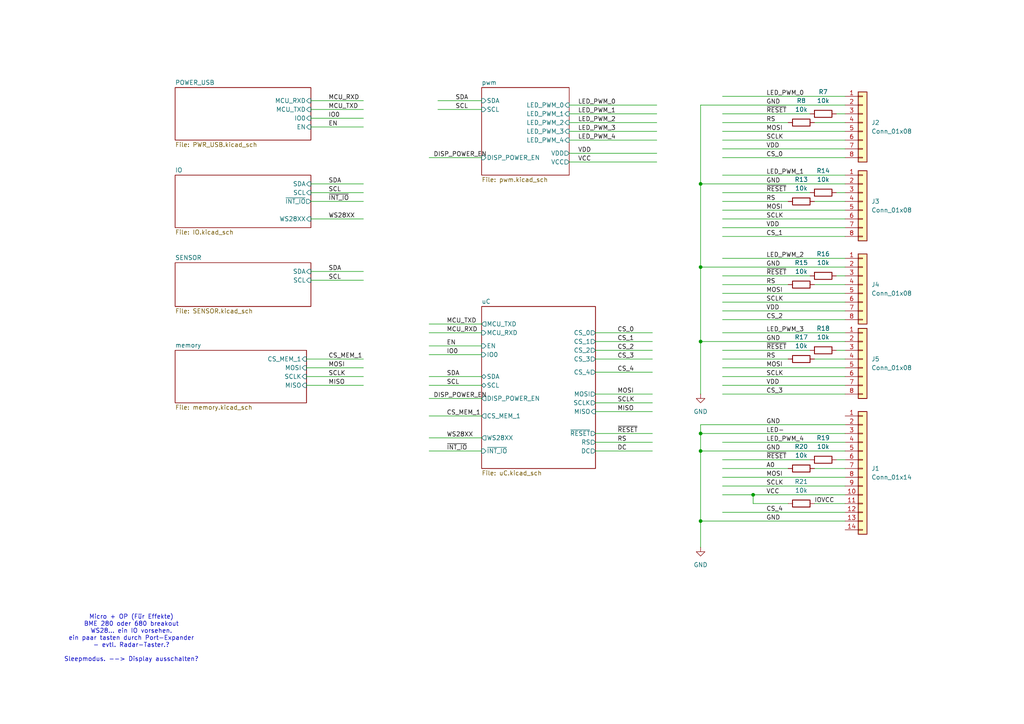
<source format=kicad_sch>
(kicad_sch (version 20231120) (generator "eeschema") (generator_version "8.0")
  (paper "A4")
  (lib_symbols
    (symbol "Connector_Generic:Conn_01x08" (pin_names (offset 1.016) hide)
      (property "Reference" "J" (at 0 10.16 0))
      (property "Value" "Conn_01x08" (at 0 -12.7 0))
      (symbol "Conn_01x08_1_1"
        (rectangle (start -1.27 -10.033) (end 0 -10.287) (stroke (width 0.1524)))
        (rectangle (start -1.27 -7.493) (end 0 -7.747) (stroke (width 0.1524)))
        (rectangle (start -1.27 -4.953) (end 0 -5.207) (stroke (width 0.1524)))
        (rectangle (start -1.27 -2.413) (end 0 -2.667) (stroke (width 0.1524)))
        (rectangle (start -1.27 0.127) (end 0 -0.127) (stroke (width 0.1524)))
        (rectangle (start -1.27 2.667) (end 0 2.413) (stroke (width 0.1524)))
        (rectangle (start -1.27 5.207) (end 0 4.953) (stroke (width 0.1524)))
        (rectangle (start -1.27 7.747) (end 0 7.493) (stroke (width 0.1524)))
        (rectangle (start -1.27 8.89) (end 1.27 -11.43) (stroke (width 0.254)) (fill (type background)))
        (pin passive line (at -5.08 7.62 0) (length 3.81) (name "Pin_1") (number "1"))
        (pin passive line (at -5.08 5.08 0) (length 3.81) (name "Pin_2") (number "2"))
        (pin passive line (at -5.08 2.54 0) (length 3.81) (name "Pin_3") (number "3"))
        (pin passive line (at -5.08 0 0) (length 3.81) (name "Pin_4") (number "4"))
        (pin passive line (at -5.08 -2.54 0) (length 3.81) (name "Pin_5") (number "5"))
        (pin passive line (at -5.08 -5.08 0) (length 3.81) (name "Pin_6") (number "6"))
        (pin passive line (at -5.08 -7.62 0) (length 3.81) (name "Pin_7") (number "7"))
        (pin passive line (at -5.08 -10.16 0) (length 3.81) (name "Pin_8") (number "8"))
      )
    )
    (symbol "Connector_Generic:Conn_01x14" (pin_names (offset 1.016) hide)
      (property "Reference" "J" (at 0 17.78 0))
      (property "Value" "Conn_01x14" (at 0 -20.32 0))
      (symbol "Conn_01x14_1_1"
        (rectangle (start -1.27 -17.653) (end 0 -17.907) (stroke (width 0.1524)))
        (rectangle (start -1.27 -15.113) (end 0 -15.367) (stroke (width 0.1524)))
        (rectangle (start -1.27 -12.573) (end 0 -12.827) (stroke (width 0.1524)))
        (rectangle (start -1.27 -10.033) (end 0 -10.287) (stroke (width 0.1524)))
        (rectangle (start -1.27 -7.493) (end 0 -7.747) (stroke (width 0.1524)))
        (rectangle (start -1.27 -4.953) (end 0 -5.207) (stroke (width 0.1524)))
        (rectangle (start -1.27 -2.413) (end 0 -2.667) (stroke (width 0.1524)))
        (rectangle (start -1.27 0.127) (end 0 -0.127) (stroke (width 0.1524)))
        (rectangle (start -1.27 2.667) (end 0 2.413) (stroke (width 0.1524)))
        (rectangle (start -1.27 5.207) (end 0 4.953) (stroke (width 0.1524)))
        (rectangle (start -1.27 7.747) (end 0 7.493) (stroke (width 0.1524)))
        (rectangle (start -1.27 10.287) (end 0 10.033) (stroke (width 0.1524)))
        (rectangle (start -1.27 12.827) (end 0 12.573) (stroke (width 0.1524)))
        (rectangle (start -1.27 15.367) (end 0 15.113) (stroke (width 0.1524)))
        (rectangle (start -1.27 16.51) (end 1.27 -19.05) (stroke (width 0.254)) (fill (type background)))
        (pin passive line (at -5.08 15.24 0) (length 3.81) (name "Pin_1") (number "1"))
        (pin passive line (at -5.08 -7.62 0) (length 3.81) (name "Pin_10") (number "10"))
        (pin passive line (at -5.08 -10.16 0) (length 3.81) (name "Pin_11") (number "11"))
        (pin passive line (at -5.08 -12.7 0) (length 3.81) (name "Pin_12") (number "12"))
        (pin passive line (at -5.08 -15.24 0) (length 3.81) (name "Pin_13") (number "13"))
        (pin passive line (at -5.08 -17.78 0) (length 3.81) (name "Pin_14") (number "14"))
        (pin passive line (at -5.08 12.7 0) (length 3.81) (name "Pin_2") (number "2"))
        (pin passive line (at -5.08 10.16 0) (length 3.81) (name "Pin_3") (number "3"))
        (pin passive line (at -5.08 7.62 0) (length 3.81) (name "Pin_4") (number "4"))
        (pin passive line (at -5.08 5.08 0) (length 3.81) (name "Pin_5") (number "5"))
        (pin passive line (at -5.08 2.54 0) (length 3.81) (name "Pin_6") (number "6"))
        (pin passive line (at -5.08 0 0) (length 3.81) (name "Pin_7") (number "7"))
        (pin passive line (at -5.08 -2.54 0) (length 3.81) (name "Pin_8") (number "8"))
        (pin passive line (at -5.08 -5.08 0) (length 3.81) (name "Pin_9") (number "9"))
      )
    )
    (symbol "Device:R" (pin_numbers hide) (pin_names (offset 0))
      (property "Reference" "R" (at 2.032 0 90))
      (property "Value" "R" (at 0 0 90))
      (symbol "R_0_1"
        (rectangle (start -1.016 -2.54) (end 1.016 2.54) (stroke (width 0.254)))
      )
      (symbol "R_1_1"
        (pin passive line (at 0 3.81 270) (length 1.27) (name "~") (number "1"))
        (pin passive line (at 0 -3.81 90) (length 1.27) (name "~") (number "2"))
      )
    )
    (symbol "power:GND" (power) (pin_numbers hide) (pin_names (offset 0) hide)
      (property "Value" "GND" (at 0 -3.81 0))
      (symbol "GND_0_1"
        (polyline (pts (xy 0 0) (xy 0 -1.27) (xy 1.27 -1.27) (xy 0 -2.54) (xy -1.27 -1.27) (xy 0 -1.27)))
      )
      (symbol "GND_1_1"
        (pin power_in line (at 0 0 270) (length 0) (name "~") (number "1"))
      )
    )
  )
  (junction (at 203.2 53.34))
  (junction (at 218.44 143.51))
  (junction (at 203.2 125.73))
  (junction (at 203.2 151.13))
  (junction (at 203.2 130.81))
  (junction (at 203.2 77.47))
  (junction (at 203.2 99.06))
  (wire (pts (xy 245.11 111.76) (xy 209.55 111.76)))
  (wire (pts (xy 245.11 43.18) (xy 209.55 43.18)))
  (wire (pts (xy 203.2 99.06) (xy 245.11 99.06)))
  (wire (pts (xy 245.11 82.55) (xy 236.22 82.55)))
  (wire (pts (xy 172.72 107.95) (xy 189.23 107.95)))
  (wire (pts (xy 228.6 146.05) (xy 218.44 146.05)))
  (wire (pts (xy 90.17 29.21) (xy 105.41 29.21)))
  (wire (pts (xy 245.11 92.71) (xy 209.55 92.71)))
  (wire (pts (xy 203.2 125.73) (xy 245.11 125.73)))
  (wire (pts (xy 245.11 40.64) (xy 209.55 40.64)))
  (wire (pts (xy 245.11 85.09) (xy 209.55 85.09)))
  (wire (pts (xy 165.1 46.99) (xy 190.5 46.99)))
  (wire (pts (xy 165.1 40.64) (xy 190.5 40.64)))
  (wire (pts (xy 165.1 35.56) (xy 190.5 35.56)))
  (wire (pts (xy 124.46 127) (xy 139.7 127)))
  (wire (pts (xy 124.46 93.98) (xy 139.7 93.98)))
  (wire (pts (xy 234.95 33.02) (xy 209.55 33.02)))
  (wire (pts (xy 172.72 114.3) (xy 189.23 114.3)))
  (wire (pts (xy 165.1 44.45) (xy 190.5 44.45)))
  (wire (pts (xy 234.95 80.01) (xy 209.55 80.01)))
  (wire (pts (xy 228.6 135.89) (xy 209.55 135.89)))
  (wire (pts (xy 218.44 143.51) (xy 218.44 146.05)))
  (wire (pts (xy 172.72 125.73) (xy 189.23 125.73)))
  (wire (pts (xy 203.2 30.48) (xy 245.11 30.48)))
  (wire (pts (xy 245.11 104.14) (xy 236.22 104.14)))
  (wire (pts (xy 124.46 100.33) (xy 139.7 100.33)))
  (wire (pts (xy 90.17 58.42) (xy 105.41 58.42)))
  (wire (pts (xy 245.11 90.17) (xy 209.55 90.17)))
  (wire (pts (xy 245.11 87.63) (xy 209.55 87.63)))
  (wire (pts (xy 245.11 128.27) (xy 209.55 128.27)))
  (wire (pts (xy 203.2 53.34) (xy 203.2 77.47)))
  (wire (pts (xy 203.2 158.75) (xy 203.2 151.13)))
  (wire (pts (xy 218.44 143.51) (xy 245.11 143.51)))
  (wire (pts (xy 245.11 27.94) (xy 209.55 27.94)))
  (wire (pts (xy 88.9 111.76) (xy 105.41 111.76)))
  (wire (pts (xy 245.11 35.56) (xy 236.22 35.56)))
  (wire (pts (xy 245.11 68.58) (xy 209.55 68.58)))
  (wire (pts (xy 88.9 106.68) (xy 105.41 106.68)))
  (wire (pts (xy 245.11 109.22) (xy 209.55 109.22)))
  (wire (pts (xy 245.11 96.52) (xy 209.55 96.52)))
  (wire (pts (xy 245.11 55.88) (xy 242.57 55.88)))
  (wire (pts (xy 124.46 111.76) (xy 139.7 111.76)))
  (wire (pts (xy 209.55 143.51) (xy 218.44 143.51)))
  (wire (pts (xy 203.2 123.19) (xy 245.11 123.19)))
  (wire (pts (xy 228.6 104.14) (xy 209.55 104.14)))
  (wire (pts (xy 90.17 81.28) (xy 105.41 81.28)))
  (wire (pts (xy 228.6 82.55) (xy 209.55 82.55)))
  (wire (pts (xy 245.11 74.93) (xy 209.55 74.93)))
  (wire (pts (xy 165.1 33.02) (xy 190.5 33.02)))
  (wire (pts (xy 88.9 109.22) (xy 105.41 109.22)))
  (wire (pts (xy 172.72 130.81) (xy 189.23 130.81)))
  (wire (pts (xy 90.17 31.75) (xy 105.41 31.75)))
  (wire (pts (xy 245.11 33.02) (xy 242.57 33.02)))
  (wire (pts (xy 90.17 55.88) (xy 105.41 55.88)))
  (wire (pts (xy 172.72 116.84) (xy 189.23 116.84)))
  (wire (pts (xy 127 29.21) (xy 139.7 29.21)))
  (wire (pts (xy 234.95 101.6) (xy 209.55 101.6)))
  (wire (pts (xy 245.11 138.43) (xy 209.55 138.43)))
  (wire (pts (xy 245.11 45.72) (xy 209.55 45.72)))
  (wire (pts (xy 245.11 63.5) (xy 209.55 63.5)))
  (wire (pts (xy 228.6 58.42) (xy 209.55 58.42)))
  (wire (pts (xy 90.17 34.29) (xy 105.41 34.29)))
  (wire (pts (xy 124.46 109.22) (xy 139.7 109.22)))
  (wire (pts (xy 172.72 101.6) (xy 189.23 101.6)))
  (wire (pts (xy 203.2 114.3) (xy 203.2 99.06)))
  (wire (pts (xy 203.2 30.48) (xy 203.2 53.34)))
  (wire (pts (xy 127 31.75) (xy 139.7 31.75)))
  (wire (pts (xy 88.9 104.14) (xy 105.41 104.14)))
  (wire (pts (xy 124.46 130.81) (xy 139.7 130.81)))
  (wire (pts (xy 245.11 106.68) (xy 209.55 106.68)))
  (wire (pts (xy 203.2 125.73) (xy 203.2 130.81)))
  (wire (pts (xy 245.11 66.04) (xy 209.55 66.04)))
  (wire (pts (xy 209.55 140.97) (xy 245.11 140.97)))
  (wire (pts (xy 228.6 35.56) (xy 209.55 35.56)))
  (wire (pts (xy 124.46 102.87) (xy 139.7 102.87)))
  (wire (pts (xy 203.2 53.34) (xy 245.11 53.34)))
  (wire (pts (xy 165.1 30.48) (xy 190.5 30.48)))
  (wire (pts (xy 245.11 60.96) (xy 209.55 60.96)))
  (wire (pts (xy 172.72 99.06) (xy 189.23 99.06)))
  (wire (pts (xy 203.2 130.81) (xy 203.2 151.13)))
  (wire (pts (xy 234.95 133.35) (xy 209.55 133.35)))
  (wire (pts (xy 203.2 77.47) (xy 245.11 77.47)))
  (wire (pts (xy 90.17 53.34) (xy 105.41 53.34)))
  (wire (pts (xy 124.46 120.65) (xy 139.7 120.65)))
  (wire (pts (xy 209.55 148.59) (xy 245.11 148.59)))
  (wire (pts (xy 203.2 123.19) (xy 203.2 125.73)))
  (wire (pts (xy 245.11 101.6) (xy 242.57 101.6)))
  (wire (pts (xy 172.72 96.52) (xy 189.23 96.52)))
  (wire (pts (xy 165.1 38.1) (xy 190.5 38.1)))
  (wire (pts (xy 236.22 146.05) (xy 245.11 146.05)))
  (wire (pts (xy 90.17 36.83) (xy 105.41 36.83)))
  (wire (pts (xy 234.95 55.88) (xy 209.55 55.88)))
  (wire (pts (xy 124.46 115.57) (xy 139.7 115.57)))
  (wire (pts (xy 245.11 50.8) (xy 209.55 50.8)))
  (wire (pts (xy 172.72 128.27) (xy 189.23 128.27)))
  (wire (pts (xy 245.11 133.35) (xy 242.57 133.35)))
  (wire (pts (xy 203.2 151.13) (xy 245.11 151.13)))
  (wire (pts (xy 124.46 96.52) (xy 139.7 96.52)))
  (wire (pts (xy 124.46 45.72) (xy 139.7 45.72)))
  (wire (pts (xy 245.11 38.1) (xy 209.55 38.1)))
  (wire (pts (xy 245.11 114.3) (xy 209.55 114.3)))
  (wire (pts (xy 172.72 119.38) (xy 189.23 119.38)))
  (wire (pts (xy 203.2 77.47) (xy 203.2 99.06)))
  (wire (pts (xy 203.2 130.81) (xy 245.11 130.81)))
  (wire (pts (xy 172.72 104.14) (xy 189.23 104.14)))
  (wire (pts (xy 245.11 80.01) (xy 242.57 80.01)))
  (wire (pts (xy 90.17 63.5) (xy 105.41 63.5)))
  (wire (pts (xy 245.11 135.89) (xy 236.22 135.89)))
  (wire (pts (xy 245.11 58.42) (xy 236.22 58.42)))
  (wire (pts (xy 90.17 78.74) (xy 105.41 78.74)))
  (text "Micro + OP (Für Effekte)\nBME 280 oder 680 breakout\nWS28... ein IO vorsehen.\nein paar tasten durch Port-Expander\n- evtl. Radar-Taster.?\n\nSleepmodus. --> Display ausschalten?\n" (at 38.1 185.166 0) (effects (font (size 1.27 1.27))))
  (label "MISO" (at 179.07 119.38 0))
  (label "~{RESET}" (at 222.25 133.35 0))
  (label "SCLK" (at 179.07 116.84 0))
  (label "CS_3" (at 179.07 104.14 0))
  (label "SCLK" (at 222.25 63.5 0))
  (label "EN" (at 95.25 36.83 0))
  (label "RS" (at 222.25 104.14 0))
  (label "RS" (at 222.25 35.56 0))
  (label "CS_0" (at 179.07 96.52 0))
  (label "MCU_TXD" (at 95.25 31.75 0))
  (label "DC" (at 179.07 130.81 0))
  (label "LED_PWM_3" (at 167.64 38.1 0))
  (label "SCLK" (at 222.25 109.22 0))
  (label "MCU_TXD" (at 129.54 93.98 0))
  (label "LED_PWM_0" (at 167.64 30.48 0))
  (label "MOSI" (at 222.25 138.43 0))
  (label "CS_0" (at 222.25 45.72 0))
  (label "~{RESET}" (at 222.25 101.6 0))
  (label "MOSI" (at 95.25 106.68 0))
  (label "SCLK" (at 222.25 140.97 0))
  (label "VDD" (at 222.25 43.18 0))
  (label "EN" (at 129.54 100.33 0))
  (label "VDD" (at 222.25 90.17 0))
  (label "MOSI" (at 222.25 85.09 0))
  (label "LED_PWM_2" (at 222.25 74.93 0))
  (label "LED-" (at 222.25 125.73 0))
  (label "GND" (at 222.25 77.47 0))
  (label "DISP_POWER_EN" (at 125.73 45.72 0))
  (label "~{INT_IO}" (at 95.25 58.42 0))
  (label "~{INT_IO}" (at 129.54 130.81 0))
  (label "LED_PWM_1" (at 222.25 50.8 0))
  (label "RS" (at 222.25 58.42 0))
  (label "LED_PWM_2" (at 167.64 35.56 0))
  (label "GND" (at 222.25 151.13 0))
  (label "SCL" (at 95.25 81.28 0))
  (label "SCLK" (at 222.25 40.64 0))
  (label "IO0" (at 129.54 102.87 0))
  (label "CS_4" (at 179.07 107.95 0))
  (label "RS" (at 222.25 82.55 0))
  (label "MOSI" (at 222.25 38.1 0))
  (label "VDD" (at 222.25 66.04 0))
  (label "SDA" (at 95.25 78.74 0))
  (label "MISO" (at 95.25 111.76 0))
  (label "LED_PWM_3" (at 222.25 96.52 0))
  (label "SCLK" (at 95.25 109.22 0))
  (label "VCC" (at 167.64 46.99 0))
  (label "WS28XX" (at 129.54 127 0))
  (label "VDD" (at 222.25 111.76 0))
  (label "CS_MEM_1" (at 129.54 120.65 0))
  (label "MOSI" (at 222.25 60.96 0))
  (label "LED_PWM_4" (at 222.25 128.27 0))
  (label "~{RESET}" (at 222.25 55.88 0))
  (label "GND" (at 222.25 99.06 0))
  (label "~{RESET}" (at 179.07 125.73 0))
  (label "CS_2" (at 222.25 92.71 0))
  (label "MOSI" (at 179.07 114.3 0))
  (label "LED_PWM_1" (at 167.64 33.02 0))
  (label "GND" (at 222.25 30.48 0))
  (label "CS_4" (at 222.25 148.59 0))
  (label "~{RESET}" (at 222.25 33.02 0))
  (label "SDA" (at 129.54 109.22 0))
  (label "SCL" (at 95.25 55.88 0))
  (label "IOVCC" (at 236.22 146.05 0))
  (label "RS" (at 179.07 128.27 0))
  (label "CS_3" (at 222.25 114.3 0))
  (label "SCLK" (at 222.25 87.63 0))
  (label "~{RESET}" (at 222.25 80.01 0))
  (label "SCL" (at 132.08 31.75 0))
  (label "VCC" (at 222.25 143.51 0))
  (label "SDA" (at 132.08 29.21 0))
  (label "CS_2" (at 179.07 101.6 0))
  (label "MOSI" (at 222.25 106.68 0))
  (label "LED_PWM_0" (at 222.25 27.94 0))
  (label "IO0" (at 95.25 34.29 0))
  (label "CS_1" (at 222.25 68.58 0))
  (label "WS28XX" (at 95.25 63.5 0))
  (label "CS_1" (at 179.07 99.06 0))
  (label "A0" (at 222.25 135.89 0))
  (label "MCU_RXD" (at 129.54 96.52 0))
  (label "GND" (at 222.25 123.19 0))
  (label "CS_MEM_1" (at 95.25 104.14 0))
  (label "SDA" (at 95.25 53.34 0))
  (label "MCU_RXD" (at 95.25 29.21 0))
  (label "VDD" (at 167.64 44.45 0))
  (label "LED_PWM_4" (at 167.64 40.64 0))
  (label "SCL" (at 129.54 111.76 0))
  (label "GND" (at 222.25 130.81 0))
  (label "GND" (at 222.25 53.34 0))
  (label "DISP_POWER_EN" (at 125.73 115.57 0))
  (symbol (lib_id "Device:R") (at 232.41 82.55 90) (unit 1)
    (property "Reference" "R15" (at 232.41 76.2 90))
    (property "Value" "10k" (at 232.41 78.74 90))
    (property "Footprint" "Resistor_SMD:R_0603_1608Metric" (effects (hide yes)))
    (property "Description" "Resistor" (effects (hide yes)))
  )
  (symbol (lib_id "Device:R") (at 232.41 146.05 90) (unit 1)
    (property "Reference" "R21" (at 232.41 139.7 90))
    (property "Value" "10k" (at 232.41 142.24 90))
    (property "Footprint" "Resistor_SMD:R_0603_1608Metric" (effects (hide yes)))
    (property "Description" "Resistor" (effects (hide yes)))
  )
  (symbol (lib_id "Device:R") (at 238.76 133.35 90) (unit 1)
    (property "Reference" "R19" (at 238.76 127 90))
    (property "Value" "10k" (at 238.76 129.54 90))
    (property "Footprint" "Resistor_SMD:R_0603_1608Metric" (effects (hide yes)))
    (property "Description" "Resistor" (effects (hide yes)))
  )
  (symbol (lib_id "Device:R") (at 232.41 104.14 90) (unit 1)
    (property "Reference" "R17" (at 232.41 97.79 90))
    (property "Value" "10k" (at 232.41 100.33 90))
    (property "Footprint" "Resistor_SMD:R_0603_1608Metric" (effects (hide yes)))
    (property "Description" "Resistor" (effects (hide yes)))
  )
  (symbol (lib_id "Connector_Generic:Conn_01x08") (at 250.19 35.56 0) (unit 1)
    (property "Reference" "J2" (at 252.73 35.5599 0) (effects (justify left)))
    (property "Value" "Conn_01x08" (at 252.73 38.0999 0) (effects (justify left)))
    (property "Footprint" "Connector_PinSocket_1.27mm:PinSocket_1x08_P1.27mm_Vertical" (effects (hide yes)))
    (property "Description" "Generic connector, single row, 01x08, script generated (kicad-library-utils/schlib/autogen/connector/)" (effects (hide yes)))
  )
  (symbol (lib_id "Connector_Generic:Conn_01x08") (at 250.19 58.42 0) (unit 1)
    (property "Reference" "J3" (at 252.73 58.4199 0) (effects (justify left)))
    (property "Value" "Conn_01x08" (at 252.73 60.9599 0) (effects (justify left)))
    (property "Footprint" "Connector_PinSocket_1.27mm:PinSocket_1x08_P1.27mm_Vertical" (effects (hide yes)))
    (property "Description" "Generic connector, single row, 01x08, script generated (kicad-library-utils/schlib/autogen/connector/)" (effects (hide yes)))
  )
  (symbol (lib_id "Device:R") (at 238.76 33.02 90) (unit 1)
    (property "Reference" "R7" (at 238.76 26.67 90))
    (property "Value" "10k" (at 238.76 29.21 90))
    (property "Footprint" "Resistor_SMD:R_0603_1608Metric" (effects (hide yes)))
    (property "Description" "Resistor" (effects (hide yes)))
  )
  (symbol (lib_id "power:GND") (at 203.2 114.3 0) (unit 1)
    (property "Reference" "#PWR047" (effects (hide yes)))
    (property "Value" "GND" (at 203.2 119.38 0))
    (property "Description" "Power symbol creates a global label with name \"GND\" , ground" (effects (hide yes)))
  )
  (symbol (lib_id "Connector_Generic:Conn_01x08") (at 250.19 82.55 0) (unit 1)
    (property "Reference" "J4" (at 252.73 82.5499 0) (effects (justify left)))
    (property "Value" "Conn_01x08" (at 252.73 85.0899 0) (effects (justify left)))
    (property "Footprint" "Connector_PinSocket_1.27mm:PinSocket_1x08_P1.27mm_Vertical" (effects (hide yes)))
    (property "Description" "Generic connector, single row, 01x08, script generated (kicad-library-utils/schlib/autogen/connector/)" (effects (hide yes)))
  )
  (symbol (lib_id "power:GND") (at 203.2 158.75 0) (unit 1)
    (property "Reference" "#PWR046" (effects (hide yes)))
    (property "Value" "GND" (at 203.2 163.83 0))
    (property "Description" "Power symbol creates a global label with name \"GND\" , ground" (effects (hide yes)))
  )
  (symbol (lib_id "Device:R") (at 238.76 55.88 90) (unit 1)
    (property "Reference" "R14" (at 238.76 49.53 90))
    (property "Value" "10k" (at 238.76 52.07 90))
    (property "Footprint" "Resistor_SMD:R_0603_1608Metric" (effects (hide yes)))
    (property "Description" "Resistor" (effects (hide yes)))
  )
  (symbol (lib_id "Device:R") (at 238.76 101.6 90) (unit 1)
    (property "Reference" "R18" (at 238.76 95.25 90))
    (property "Value" "10k" (at 238.76 97.79 90))
    (property "Footprint" "Resistor_SMD:R_0603_1608Metric" (effects (hide yes)))
    (property "Description" "Resistor" (effects (hide yes)))
  )
  (symbol (lib_id "Device:R") (at 232.41 135.89 90) (unit 1)
    (property "Reference" "R20" (at 232.41 129.54 90))
    (property "Value" "10k" (at 232.41 132.08 90))
    (property "Footprint" "Resistor_SMD:R_0603_1608Metric" (effects (hide yes)))
    (property "Description" "Resistor" (effects (hide yes)))
  )
  (symbol (lib_id "Device:R") (at 238.76 80.01 90) (unit 1)
    (property "Reference" "R16" (at 238.76 73.66 90))
    (property "Value" "10k" (at 238.76 76.2 90))
    (property "Footprint" "Resistor_SMD:R_0603_1608Metric" (effects (hide yes)))
    (property "Description" "Resistor" (effects (hide yes)))
  )
  (symbol (lib_id "Connector_Generic:Conn_01x08") (at 250.19 104.14 0) (unit 1)
    (property "Reference" "J5" (at 252.73 104.1399 0) (effects (justify left)))
    (property "Value" "Conn_01x08" (at 252.73 106.6799 0) (effects (justify left)))
    (property "Footprint" "Connector_PinSocket_1.27mm:PinSocket_1x08_P1.27mm_Vertical" (effects (hide yes)))
    (property "Description" "Generic connector, single row, 01x08, script generated (kicad-library-utils/schlib/autogen/connector/)" (effects (hide yes)))
  )
  (symbol (lib_id "Device:R") (at 232.41 35.56 90) (unit 1)
    (property "Reference" "R8" (at 232.41 29.21 90))
    (property "Value" "10k" (at 232.41 31.75 90))
    (property "Footprint" "Resistor_SMD:R_0603_1608Metric" (effects (hide yes)))
    (property "Description" "Resistor" (effects (hide yes)))
  )
  (symbol (lib_id "Connector_Generic:Conn_01x14") (at 250.19 135.89 0) (unit 1)
    (property "Reference" "J1" (at 252.73 135.8899 0) (effects (justify left)))
    (property "Value" "Conn_01x14" (at 252.73 138.4299 0) (effects (justify left)))
    (property "Footprint" "Connector_PinSocket_1.27mm:PinSocket_1x14_P1.27mm_Vertical" (effects (hide yes)))
    (property "Description" "Generic connector, single row, 01x14, script generated (kicad-library-utils/schlib/autogen/connector/)" (effects (hide yes)))
  )
  (symbol (lib_id "Device:R") (at 232.41 58.42 90) (unit 1)
    (property "Reference" "R13" (at 232.41 52.07 90))
    (property "Value" "10k" (at 232.41 54.61 90))
    (property "Footprint" "Resistor_SMD:R_0603_1608Metric" (effects (hide yes)))
    (property "Description" "Resistor" (effects (hide yes)))
  )
  (sheet (at 50.8 50.8) (size 39.37 15.24) (stroke (width 0.1524))
    (property "Sheetname" "IO" (at 50.8 50.0884 0) (effects (justify left bottom)))
    (property "Sheetfile" "IO.kicad_sch" (at 50.8 66.6246 0) (effects (justify left top)))
    (pin "SDA" input (at 90.17 53.34 0))
    (pin "SCL" input (at 90.17 55.88 0))
    (pin "WS28XX" input (at 90.17 63.5 0))
    (pin "~{INT_IO}" output (at 90.17 58.42 0))
  )
  (sheet (at 50.8 101.6) (size 38.1 15.24) (stroke (width 0.1524))
    (property "Sheetname" "memory" (at 50.8 100.8884 0) (effects (justify left bottom)))
    (property "Sheetfile" "memory.kicad_sch" (at 50.8 117.4246 0) (effects (justify left top)))
    (pin "CS_MEM_1" input (at 88.9 104.14 0))
    (pin "MOSI" input (at 88.9 106.68 0))
    (pin "SCLK" input (at 88.9 109.22 0))
    (pin "MISO" input (at 88.9 111.76 0))
  )
  (sheet (at 50.8 76.2) (size 39.37 12.7) (stroke (width 0.1524))
    (property "Sheetname" "SENSOR" (at 50.8 75.4884 0) (effects (justify left bottom)))
    (property "Sheetfile" "SENSOR.kicad_sch" (at 50.8 89.4846 0) (effects (justify left top)))
    (pin "SCL" input (at 90.17 81.28 0))
    (pin "SDA" input (at 90.17 78.74 0))
  )
  (sheet (at 50.8 25.4) (size 39.37 15.24) (stroke (width 0.1524))
    (property "Sheetname" "POWER_USB" (at 50.8 24.6884 0) (effects (justify left bottom)))
    (property "Sheetfile" "PWR_USB.kicad_sch" (at 50.8 41.2246 0) (effects (justify left top)))
    (pin "MCU_RXD" input (at 90.17 29.21 0))
    (pin "MCU_TXD" input (at 90.17 31.75 0))
    (pin "IO0" input (at 90.17 34.29 0))
    (pin "EN" input (at 90.17 36.83 0))
  )
  (sheet (at 139.7 25.4) (size 25.4 25.4) (stroke (width 0.1524))
    (property "Sheetname" "pwm" (at 139.7 24.6884 0) (effects (justify left bottom)))
    (property "Sheetfile" "pwm.kicad_sch" (at 139.7 51.3846 0) (effects (justify left top)))
    (pin "LED_PWM_0" input (at 165.1 30.48 0))
    (pin "LED_PWM_1" input (at 165.1 33.02 0))
    (pin "LED_PWM_2" input (at 165.1 35.56 0))
    (pin "LED_PWM_3" input (at 165.1 38.1 0))
    (pin "LED_PWM_4" input (at 165.1 40.64 0))
    (pin "SDA" input (at 139.7 29.21 180))
    (pin "SCL" input (at 139.7 31.75 180))
    (pin "VDD" output (at 165.1 44.45 0))
    (pin "VCC" output (at 165.1 46.99 0))
    (pin "DISP_POWER_EN" input (at 139.7 45.72 180))
  )
  (sheet (at 139.7 88.9) (size 33.02 46.99) (stroke (width 0.1524))
    (property "Sheetname" "uC" (at 139.7 88.1884 0) (effects (justify left bottom)))
    (property "Sheetfile" "uC.kicad_sch" (at 139.7 136.4746 0) (effects (justify left top)))
    (pin "EN" input (at 139.7 100.33 180))
    (pin "MCU_TXD" output (at 139.7 93.98 180))
    (pin "MCU_RXD" input (at 139.7 96.52 180))
    (pin "IO0" input (at 139.7 102.87 180))
    (pin "CS_MEM_1" output (at 139.7 120.65 180))
    (pin "CS_3" output (at 172.72 104.14 0))
    (pin "CS_0" output (at 172.72 96.52 0))
    (pin "CS_1" output (at 172.72 99.06 0))
    (pin "CS_2" output (at 172.72 101.6 0))
    (pin "CS_4" output (at 172.72 107.95 0))
    (pin "SCL" bidirectional (at 139.7 111.76 180))
    (pin "SDA" bidirectional (at 139.7 109.22 180))
    (pin "MISO" input (at 172.72 119.38 0))
    (pin "SCLK" output (at 172.72 116.84 0))
    (pin "MOSI" output (at 172.72 114.3 0))
    (pin "~{RESET}" output (at 172.72 125.73 0))
    (pin "DC" output (at 172.72 130.81 0))
    (pin "DISP_POWER_EN" output (at 139.7 115.57 180))
    (pin "RS" output (at 172.72 128.27 0))
    (pin "WS28XX" output (at 139.7 127 180))
    (pin "~{INT_IO}" input (at 139.7 130.81 180))
  )
)
</source>
